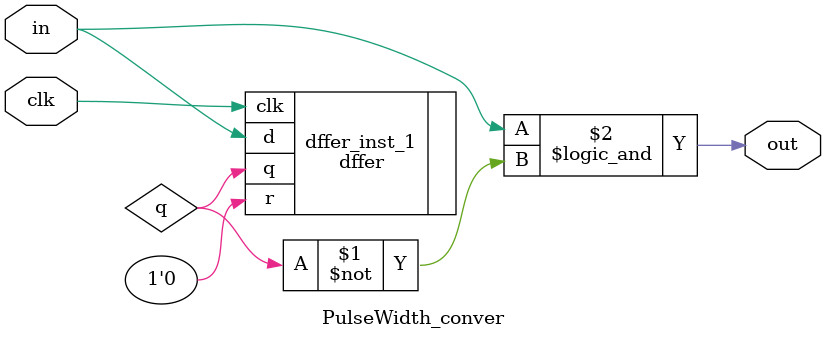
<source format=v>
module PulseWidth_conver (
    in,
    clk,
    out
);
    input in, clk;
    output out;

    wire q;

    //第一级D触发器
    dffer dffer_inst_1(.d(in), .clk(clk), .r(1'b0), .q(q));

    assign out = (in && ~q);
endmodule
</source>
